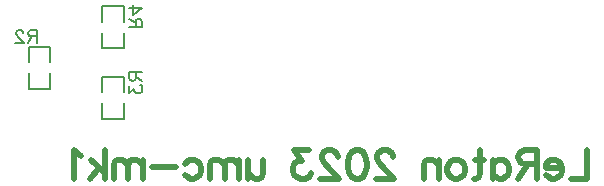
<source format=gbo>
G04 Layer: BottomSilkscreenLayer*
G04 EasyEDA v6.5.34, 2023-10-02 16:25:13*
G04 b22e730f800c4eb688f2bffe192e1f16,2402692d15bd446891542ced5281a4ad,10*
G04 Gerber Generator version 0.2*
G04 Scale: 100 percent, Rotated: No, Reflected: No *
G04 Dimensions in millimeters *
G04 leading zeros omitted , absolute positions ,4 integer and 5 decimal *
%FSLAX45Y45*%
%MOMM*%

%ADD10C,0.5000*%
%ADD11C,0.1524*%

%LPD*%
D10*
X5537200Y-1411427D02*
G01*
X5537200Y-1650062D01*
X5537200Y-1650062D02*
G01*
X5400837Y-1650062D01*
X5325836Y-1559153D02*
G01*
X5189474Y-1559153D01*
X5189474Y-1536428D01*
X5200837Y-1513700D01*
X5212201Y-1502336D01*
X5234927Y-1490972D01*
X5269019Y-1490972D01*
X5291747Y-1502336D01*
X5314472Y-1525064D01*
X5325836Y-1559153D01*
X5325836Y-1581881D01*
X5314472Y-1615973D01*
X5291747Y-1638701D01*
X5269019Y-1650062D01*
X5234927Y-1650062D01*
X5212201Y-1638701D01*
X5189474Y-1615973D01*
X5114472Y-1411427D02*
G01*
X5114472Y-1650062D01*
X5114472Y-1411427D02*
G01*
X5012202Y-1411427D01*
X4978110Y-1422791D01*
X4966746Y-1434155D01*
X4955382Y-1456883D01*
X4955382Y-1479608D01*
X4966746Y-1502336D01*
X4978110Y-1513700D01*
X5012202Y-1525064D01*
X5114472Y-1525064D01*
X5034927Y-1525064D02*
G01*
X4955382Y-1650062D01*
X4744018Y-1490972D02*
G01*
X4744018Y-1650062D01*
X4744018Y-1525064D02*
G01*
X4766746Y-1502336D01*
X4789474Y-1490972D01*
X4823564Y-1490972D01*
X4846292Y-1502336D01*
X4869019Y-1525064D01*
X4880383Y-1559153D01*
X4880383Y-1581881D01*
X4869019Y-1615973D01*
X4846292Y-1638701D01*
X4823564Y-1650062D01*
X4789474Y-1650062D01*
X4766746Y-1638701D01*
X4744018Y-1615973D01*
X4634928Y-1411427D02*
G01*
X4634928Y-1604609D01*
X4623564Y-1638701D01*
X4600839Y-1650062D01*
X4578111Y-1650062D01*
X4669020Y-1490972D02*
G01*
X4589475Y-1490972D01*
X4446292Y-1490972D02*
G01*
X4469020Y-1502336D01*
X4491748Y-1525064D01*
X4503110Y-1559153D01*
X4503110Y-1581881D01*
X4491748Y-1615973D01*
X4469020Y-1638701D01*
X4446292Y-1650062D01*
X4412203Y-1650062D01*
X4389475Y-1638701D01*
X4366747Y-1615973D01*
X4355383Y-1581881D01*
X4355383Y-1559153D01*
X4366747Y-1525064D01*
X4389475Y-1502336D01*
X4412203Y-1490972D01*
X4446292Y-1490972D01*
X4280385Y-1490972D02*
G01*
X4280385Y-1650062D01*
X4280385Y-1536428D02*
G01*
X4246293Y-1502336D01*
X4223565Y-1490972D01*
X4189475Y-1490972D01*
X4166748Y-1502336D01*
X4155384Y-1536428D01*
X4155384Y-1650062D01*
X3894020Y-1468246D02*
G01*
X3894020Y-1456883D01*
X3882656Y-1434155D01*
X3871295Y-1422791D01*
X3848567Y-1411427D01*
X3803111Y-1411427D01*
X3780386Y-1422791D01*
X3769022Y-1434155D01*
X3757658Y-1456883D01*
X3757658Y-1479608D01*
X3769022Y-1502336D01*
X3791750Y-1536428D01*
X3905384Y-1650062D01*
X3746294Y-1650062D01*
X3603111Y-1411427D02*
G01*
X3637203Y-1422791D01*
X3659931Y-1456883D01*
X3671295Y-1513700D01*
X3671295Y-1547792D01*
X3659931Y-1604609D01*
X3637203Y-1638701D01*
X3603111Y-1650062D01*
X3580386Y-1650062D01*
X3546294Y-1638701D01*
X3523566Y-1604609D01*
X3512205Y-1547792D01*
X3512205Y-1513700D01*
X3523566Y-1456883D01*
X3546294Y-1422791D01*
X3580386Y-1411427D01*
X3603111Y-1411427D01*
X3425840Y-1468246D02*
G01*
X3425840Y-1456883D01*
X3414476Y-1434155D01*
X3403112Y-1422791D01*
X3380386Y-1411427D01*
X3334931Y-1411427D01*
X3312205Y-1422791D01*
X3300841Y-1434155D01*
X3289477Y-1456883D01*
X3289477Y-1479608D01*
X3300841Y-1502336D01*
X3323567Y-1536428D01*
X3437204Y-1650062D01*
X3278113Y-1650062D01*
X3180387Y-1411427D02*
G01*
X3055386Y-1411427D01*
X3123567Y-1502336D01*
X3089478Y-1502336D01*
X3066750Y-1513700D01*
X3055386Y-1525064D01*
X3044022Y-1559153D01*
X3044022Y-1581881D01*
X3055386Y-1615973D01*
X3078114Y-1638701D01*
X3112206Y-1650062D01*
X3146295Y-1650062D01*
X3180387Y-1638701D01*
X3191751Y-1627337D01*
X3203112Y-1604609D01*
X2794022Y-1490972D02*
G01*
X2794022Y-1604609D01*
X2782658Y-1638701D01*
X2759933Y-1650062D01*
X2725841Y-1650062D01*
X2703113Y-1638701D01*
X2669024Y-1604609D01*
X2669024Y-1490972D02*
G01*
X2669024Y-1650062D01*
X2594023Y-1490972D02*
G01*
X2594023Y-1650062D01*
X2594023Y-1536428D02*
G01*
X2559933Y-1502336D01*
X2537206Y-1490972D01*
X2503114Y-1490972D01*
X2480388Y-1502336D01*
X2469024Y-1536428D01*
X2469024Y-1650062D01*
X2469024Y-1536428D02*
G01*
X2434932Y-1502336D01*
X2412207Y-1490972D01*
X2378115Y-1490972D01*
X2355387Y-1502336D01*
X2344023Y-1536428D01*
X2344023Y-1650062D01*
X2132660Y-1525064D02*
G01*
X2155388Y-1502336D01*
X2178116Y-1490972D01*
X2212207Y-1490972D01*
X2234933Y-1502336D01*
X2257661Y-1525064D01*
X2269025Y-1559153D01*
X2269025Y-1581881D01*
X2257661Y-1615973D01*
X2234933Y-1638701D01*
X2212207Y-1650062D01*
X2178116Y-1650062D01*
X2155388Y-1638701D01*
X2132660Y-1615973D01*
X2057661Y-1547792D02*
G01*
X1853115Y-1547792D01*
X1778116Y-1490972D02*
G01*
X1778116Y-1650062D01*
X1778116Y-1536428D02*
G01*
X1744024Y-1502336D01*
X1721299Y-1490972D01*
X1687207Y-1490972D01*
X1664479Y-1502336D01*
X1653115Y-1536428D01*
X1653115Y-1650062D01*
X1653115Y-1536428D02*
G01*
X1619026Y-1502336D01*
X1596298Y-1490972D01*
X1562209Y-1490972D01*
X1539481Y-1502336D01*
X1528117Y-1536428D01*
X1528117Y-1650062D01*
X1453116Y-1411427D02*
G01*
X1453116Y-1650062D01*
X1339481Y-1490972D02*
G01*
X1453116Y-1604609D01*
X1407662Y-1559153D02*
G01*
X1328117Y-1650062D01*
X1253116Y-1456883D02*
G01*
X1230391Y-1445519D01*
X1196299Y-1411427D01*
X1196299Y-1650062D01*
D11*
X876300Y-392684D02*
G01*
X876300Y-501650D01*
X876300Y-392684D02*
G01*
X829563Y-392684D01*
X814070Y-397763D01*
X808736Y-403097D01*
X803655Y-413512D01*
X803655Y-423926D01*
X808736Y-434339D01*
X814070Y-439420D01*
X829563Y-444500D01*
X876300Y-444500D01*
X839978Y-444500D02*
G01*
X803655Y-501650D01*
X764031Y-418592D02*
G01*
X764031Y-413512D01*
X758952Y-403097D01*
X753618Y-397763D01*
X743204Y-392684D01*
X722629Y-392684D01*
X712215Y-397763D01*
X706881Y-403097D01*
X701802Y-413512D01*
X701802Y-423926D01*
X706881Y-434339D01*
X717295Y-449834D01*
X769365Y-501650D01*
X696468Y-501650D01*
X1662684Y-749300D02*
G01*
X1771650Y-749300D01*
X1662684Y-749300D02*
G01*
X1662684Y-796036D01*
X1667763Y-811529D01*
X1673097Y-816863D01*
X1683512Y-821944D01*
X1693926Y-821944D01*
X1704339Y-816863D01*
X1709420Y-811529D01*
X1714500Y-796036D01*
X1714500Y-749300D01*
X1714500Y-785621D02*
G01*
X1771650Y-821944D01*
X1662684Y-866647D02*
G01*
X1662684Y-923797D01*
X1704339Y-892810D01*
X1704339Y-908304D01*
X1709420Y-918718D01*
X1714500Y-923797D01*
X1730247Y-929131D01*
X1740662Y-929131D01*
X1756155Y-923797D01*
X1766570Y-913384D01*
X1771650Y-897889D01*
X1771650Y-882395D01*
X1766570Y-866647D01*
X1761489Y-861568D01*
X1751076Y-856234D01*
X1766315Y-368300D02*
G01*
X1657350Y-368300D01*
X1766315Y-368300D02*
G01*
X1766315Y-321563D01*
X1761236Y-306070D01*
X1755902Y-300736D01*
X1745487Y-295655D01*
X1735073Y-295655D01*
X1724660Y-300736D01*
X1719579Y-306070D01*
X1714500Y-321563D01*
X1714500Y-368300D01*
X1714500Y-331978D02*
G01*
X1657350Y-295655D01*
X1766315Y-209295D02*
G01*
X1693671Y-261365D01*
X1693671Y-183387D01*
X1766315Y-209295D02*
G01*
X1657350Y-209295D01*
X809990Y-663580D02*
G01*
X809990Y-535086D01*
X993409Y-535086D01*
X993409Y-663580D01*
X809990Y-758819D02*
G01*
X809990Y-887313D01*
X993409Y-887313D01*
X993409Y-758819D01*
X1615709Y-1012819D02*
G01*
X1615709Y-1141313D01*
X1432290Y-1141313D01*
X1432290Y-1012819D01*
X1615709Y-917580D02*
G01*
X1615709Y-789086D01*
X1432290Y-789086D01*
X1432290Y-917580D01*
X1432290Y-320680D02*
G01*
X1432290Y-192186D01*
X1615709Y-192186D01*
X1615709Y-320680D01*
X1432290Y-415919D02*
G01*
X1432290Y-544413D01*
X1615709Y-544413D01*
X1615709Y-415919D01*
M02*

</source>
